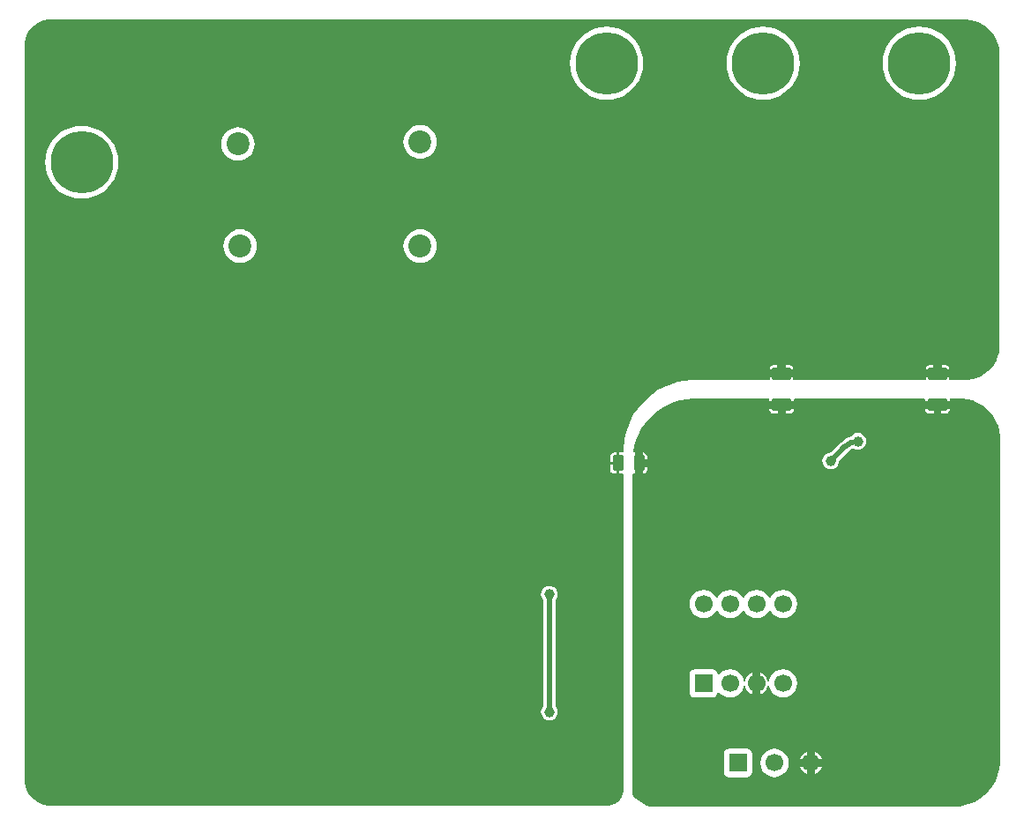
<source format=gbl>
G04*
G04 #@! TF.GenerationSoftware,Altium Limited,Altium Designer,22.7.1 (60)*
G04*
G04 Layer_Physical_Order=2*
G04 Layer_Color=16711680*
%FSLAX43Y43*%
%MOMM*%
G71*
G04*
G04 #@! TF.SameCoordinates,B0B9643B-9B23-428C-A4AC-A12B4A47BFEC*
G04*
G04*
G04 #@! TF.FilePolarity,Positive*
G04*
G01*
G75*
%ADD40C,0.500*%
G04:AMPARAMS|DCode=50|XSize=1.53mm|YSize=1.02mm|CornerRadius=0.127mm|HoleSize=0mm|Usage=FLASHONLY|Rotation=90.000|XOffset=0mm|YOffset=0mm|HoleType=Round|Shape=RoundedRectangle|*
%AMROUNDEDRECTD50*
21,1,1.530,0.765,0,0,90.0*
21,1,1.275,1.020,0,0,90.0*
1,1,0.255,0.383,0.638*
1,1,0.255,0.383,-0.638*
1,1,0.255,-0.383,-0.638*
1,1,0.255,-0.383,0.638*
%
%ADD50ROUNDEDRECTD50*%
%ADD61C,6.000*%
%ADD62C,1.700*%
%ADD63R,1.700X1.700*%
%ADD64R,1.700X1.700*%
%ADD65C,2.200*%
%ADD66C,1.000*%
%ADD67C,0.700*%
G04:AMPARAMS|DCode=68|XSize=1.2mm|YSize=1.83mm|CornerRadius=0.15mm|HoleSize=0mm|Usage=FLASHONLY|Rotation=90.000|XOffset=0mm|YOffset=0mm|HoleType=Round|Shape=RoundedRectangle|*
%AMROUNDEDRECTD68*
21,1,1.200,1.530,0,0,90.0*
21,1,0.900,1.830,0,0,90.0*
1,1,0.300,0.765,0.450*
1,1,0.300,0.765,-0.450*
1,1,0.300,-0.765,-0.450*
1,1,0.300,-0.765,0.450*
%
%ADD68ROUNDEDRECTD68*%
G36*
X117243Y126000D02*
X117465D01*
X117904Y125942D01*
X118333Y125827D01*
X118743Y125658D01*
X119127Y125436D01*
X119478Y125166D01*
X119792Y124852D01*
X120062Y124500D01*
X120284Y124116D01*
X120453Y123707D01*
X120568Y123278D01*
X120626Y122839D01*
X120626Y122617D01*
X120626D01*
X120626Y122617D01*
X120626Y94691D01*
X120626Y94475D01*
X120570Y94048D01*
X120458Y93631D01*
X120293Y93232D01*
X120077Y92859D01*
X119815Y92516D01*
X119510Y92211D01*
X119167Y91949D01*
X118794Y91733D01*
X118395Y91568D01*
X117978Y91456D01*
X117551Y91400D01*
X117335Y91400D01*
Y91400D01*
X115847D01*
X115765Y91500D01*
X115775Y91550D01*
Y91600D01*
X114653D01*
X113531D01*
Y91550D01*
X113541Y91500D01*
X113459Y91400D01*
X100878Y91400D01*
X100796Y91500D01*
X100806Y91550D01*
Y91600D01*
X99684D01*
X98562D01*
Y91550D01*
X98572Y91500D01*
X98490Y91400D01*
X91400D01*
X91061Y91392D01*
X90388Y91325D01*
X89723Y91193D01*
X89075Y90997D01*
X88450Y90738D01*
X87853Y90418D01*
X87290Y90042D01*
X86766Y89613D01*
X86287Y89134D01*
X85858Y88610D01*
X85482Y88047D01*
X85162Y87450D01*
X84903Y86825D01*
X84707Y86177D01*
X84575Y85512D01*
X84508Y84839D01*
X84500Y84504D01*
X84497Y84478D01*
X84419Y84418D01*
X84375Y84426D01*
X84119D01*
Y83400D01*
Y82374D01*
X84375D01*
X84423Y82383D01*
X84500Y82320D01*
X84500Y52100D01*
X84500Y51942D01*
X84439Y51633D01*
X84318Y51342D01*
X84143Y51080D01*
X83920Y50857D01*
X83658Y50682D01*
X83367Y50561D01*
X83058Y50500D01*
X82900Y50500D01*
X82900Y50500D01*
X82900Y50500D01*
X29540Y50500D01*
X29290D01*
X28799Y50598D01*
X28337Y50789D01*
X27921Y51067D01*
X27567Y51421D01*
X27289Y51837D01*
X27098Y52299D01*
X27000Y52790D01*
Y53040D01*
Y123460D01*
Y123710D01*
X27098Y124201D01*
X27289Y124663D01*
X27567Y125079D01*
X27921Y125433D01*
X28337Y125711D01*
X28799Y125902D01*
X29290Y126000D01*
X29540D01*
X117243Y126000D01*
D02*
G37*
G36*
X117546Y89534D02*
X118037Y89402D01*
X118507Y89208D01*
X118947Y88953D01*
X119350Y88644D01*
X119710Y88284D01*
X120019Y87881D01*
X120274Y87441D01*
X120468Y86971D01*
X120600Y86480D01*
X120666Y85976D01*
X120666Y85722D01*
X120666Y85722D01*
X120666Y85722D01*
X120666Y54873D01*
Y54580D01*
X120589Y53999D01*
X120438Y53432D01*
X120213Y52890D01*
X119920Y52383D01*
X119563Y51917D01*
X119149Y51503D01*
X118683Y51146D01*
X118176Y50853D01*
X117634Y50628D01*
X117068Y50477D01*
X116755Y50435D01*
X87100D01*
X87065Y50440D01*
X86756Y50519D01*
X86460Y50636D01*
X86180Y50789D01*
X85922Y50975D01*
X85690Y51193D01*
X85486Y51438D01*
X85400Y51572D01*
X85400Y82343D01*
X85500Y82398D01*
X85625Y82374D01*
X85633D01*
Y83400D01*
Y84426D01*
X85625D01*
X85551Y84412D01*
X85480Y84465D01*
X85461Y84496D01*
X85573Y85060D01*
X85744Y85624D01*
X85970Y86168D01*
X86247Y86688D01*
X86575Y87178D01*
X86949Y87634D01*
X87366Y88051D01*
X87821Y88425D01*
X88312Y88753D01*
X88832Y89030D01*
X89376Y89256D01*
X89940Y89427D01*
X90519Y89542D01*
X91105Y89600D01*
X91400D01*
X91400Y89600D01*
X98458Y89600D01*
X98522Y89523D01*
X98507Y89450D01*
Y89375D01*
X99684D01*
X100861D01*
Y89450D01*
X100846Y89523D01*
X100910Y89600D01*
X113427Y89600D01*
X113491Y89523D01*
X113476Y89450D01*
Y89375D01*
X114653D01*
X115830D01*
Y89450D01*
X115816Y89523D01*
X115879Y89600D01*
X116788D01*
X117042Y89600D01*
X117546Y89534D01*
D02*
G37*
%LPC*%
G36*
X97900Y125311D02*
X97351Y125268D01*
X96815Y125139D01*
X96306Y124928D01*
X95836Y124640D01*
X95418Y124283D01*
X95060Y123864D01*
X94772Y123394D01*
X94561Y122885D01*
X94432Y122349D01*
X94389Y121800D01*
X94432Y121251D01*
X94561Y120715D01*
X94772Y120206D01*
X95060Y119736D01*
X95418Y119317D01*
X95836Y118960D01*
X96306Y118672D01*
X96815Y118461D01*
X97351Y118332D01*
X97900Y118289D01*
X98449Y118332D01*
X98985Y118461D01*
X99494Y118672D01*
X99964Y118960D01*
X100383Y119317D01*
X100740Y119736D01*
X101028Y120206D01*
X101239Y120715D01*
X101368Y121251D01*
X101411Y121800D01*
X101368Y122349D01*
X101239Y122885D01*
X101028Y123394D01*
X100740Y123864D01*
X100383Y124283D01*
X99964Y124640D01*
X99494Y124928D01*
X98985Y125139D01*
X98449Y125268D01*
X97900Y125311D01*
D02*
G37*
G36*
X112900Y125311D02*
X112351Y125268D01*
X111815Y125139D01*
X111306Y124928D01*
X110836Y124640D01*
X110417Y124283D01*
X110060Y123864D01*
X109772Y123394D01*
X109561Y122885D01*
X109432Y122349D01*
X109389Y121800D01*
X109432Y121251D01*
X109561Y120715D01*
X109772Y120206D01*
X110060Y119736D01*
X110417Y119317D01*
X110836Y118960D01*
X111306Y118672D01*
X111815Y118461D01*
X112351Y118332D01*
X112900Y118289D01*
X113449Y118332D01*
X113985Y118461D01*
X114494Y118672D01*
X114964Y118960D01*
X115383Y119317D01*
X115740Y119736D01*
X116028Y120206D01*
X116239Y120715D01*
X116368Y121251D01*
X116411Y121800D01*
X116368Y122349D01*
X116239Y122885D01*
X116028Y123394D01*
X115740Y123864D01*
X115383Y124283D01*
X114964Y124640D01*
X114494Y124928D01*
X113985Y125139D01*
X113449Y125268D01*
X112900Y125311D01*
D02*
G37*
G36*
X82900D02*
X82351Y125268D01*
X81815Y125139D01*
X81306Y124928D01*
X80836Y124640D01*
X80417Y124283D01*
X80060Y123864D01*
X79772Y123394D01*
X79561Y122885D01*
X79432Y122349D01*
X79389Y121800D01*
X79432Y121251D01*
X79561Y120715D01*
X79772Y120206D01*
X80060Y119736D01*
X80417Y119317D01*
X80836Y118960D01*
X81306Y118672D01*
X81815Y118461D01*
X82351Y118332D01*
X82900Y118289D01*
X83449Y118332D01*
X83985Y118461D01*
X84494Y118672D01*
X84964Y118960D01*
X85383Y119317D01*
X85740Y119736D01*
X86028Y120206D01*
X86239Y120715D01*
X86368Y121251D01*
X86411Y121800D01*
X86368Y122349D01*
X86239Y122885D01*
X86028Y123394D01*
X85740Y123864D01*
X85383Y124283D01*
X84964Y124640D01*
X84494Y124928D01*
X83985Y125139D01*
X83449Y125268D01*
X82900Y125311D01*
D02*
G37*
G36*
X65000Y115858D02*
X64686Y115827D01*
X64385Y115735D01*
X64107Y115587D01*
X63863Y115387D01*
X63663Y115143D01*
X63515Y114865D01*
X63423Y114564D01*
X63392Y114250D01*
X63423Y113936D01*
X63515Y113635D01*
X63663Y113357D01*
X63863Y113113D01*
X64107Y112913D01*
X64385Y112765D01*
X64686Y112673D01*
X65000Y112642D01*
X65314Y112673D01*
X65615Y112765D01*
X65893Y112913D01*
X66137Y113113D01*
X66337Y113357D01*
X66485Y113635D01*
X66577Y113936D01*
X66608Y114250D01*
X66577Y114564D01*
X66485Y114865D01*
X66337Y115143D01*
X66137Y115387D01*
X65893Y115587D01*
X65615Y115735D01*
X65314Y115827D01*
X65000Y115858D01*
D02*
G37*
G36*
X47500Y115658D02*
X47186Y115627D01*
X46885Y115535D01*
X46607Y115387D01*
X46363Y115187D01*
X46163Y114943D01*
X46015Y114665D01*
X45923Y114364D01*
X45892Y114050D01*
X45923Y113736D01*
X46015Y113435D01*
X46163Y113157D01*
X46363Y112913D01*
X46607Y112713D01*
X46885Y112565D01*
X47186Y112473D01*
X47500Y112442D01*
X47814Y112473D01*
X48115Y112565D01*
X48393Y112713D01*
X48637Y112913D01*
X48837Y113157D01*
X48985Y113435D01*
X49077Y113736D01*
X49108Y114050D01*
X49077Y114364D01*
X48985Y114665D01*
X48837Y114943D01*
X48637Y115187D01*
X48393Y115387D01*
X48115Y115535D01*
X47814Y115627D01*
X47500Y115658D01*
D02*
G37*
G36*
X32500Y115811D02*
X31951Y115768D01*
X31415Y115639D01*
X30906Y115428D01*
X30436Y115140D01*
X30017Y114783D01*
X29660Y114364D01*
X29372Y113894D01*
X29161Y113385D01*
X29032Y112849D01*
X28989Y112300D01*
X29032Y111751D01*
X29161Y111215D01*
X29372Y110706D01*
X29660Y110236D01*
X30017Y109817D01*
X30436Y109460D01*
X30906Y109172D01*
X31415Y108961D01*
X31951Y108832D01*
X32500Y108789D01*
X33049Y108832D01*
X33585Y108961D01*
X34094Y109172D01*
X34564Y109460D01*
X34983Y109817D01*
X35340Y110236D01*
X35628Y110706D01*
X35839Y111215D01*
X35968Y111751D01*
X36011Y112300D01*
X35968Y112849D01*
X35839Y113385D01*
X35628Y113894D01*
X35340Y114364D01*
X34983Y114783D01*
X34564Y115140D01*
X34094Y115428D01*
X33585Y115639D01*
X33049Y115768D01*
X32500Y115811D01*
D02*
G37*
G36*
X65000Y105858D02*
X64686Y105827D01*
X64385Y105735D01*
X64107Y105587D01*
X63863Y105387D01*
X63663Y105143D01*
X63515Y104865D01*
X63423Y104564D01*
X63392Y104250D01*
X63423Y103936D01*
X63515Y103635D01*
X63663Y103357D01*
X63863Y103113D01*
X64107Y102913D01*
X64385Y102765D01*
X64686Y102673D01*
X65000Y102642D01*
X65314Y102673D01*
X65615Y102765D01*
X65893Y102913D01*
X66137Y103113D01*
X66337Y103357D01*
X66485Y103635D01*
X66577Y103936D01*
X66608Y104250D01*
X66577Y104564D01*
X66485Y104865D01*
X66337Y105143D01*
X66137Y105387D01*
X65893Y105587D01*
X65615Y105735D01*
X65314Y105827D01*
X65000Y105858D01*
D02*
G37*
G36*
X47700D02*
X47386Y105827D01*
X47085Y105735D01*
X46807Y105587D01*
X46563Y105387D01*
X46363Y105143D01*
X46215Y104865D01*
X46123Y104564D01*
X46092Y104250D01*
X46123Y103936D01*
X46215Y103635D01*
X46363Y103357D01*
X46563Y103113D01*
X46807Y102913D01*
X47085Y102765D01*
X47386Y102673D01*
X47700Y102642D01*
X48014Y102673D01*
X48315Y102765D01*
X48593Y102913D01*
X48837Y103113D01*
X49037Y103357D01*
X49185Y103635D01*
X49277Y103936D01*
X49308Y104250D01*
X49277Y104564D01*
X49185Y104865D01*
X49037Y105143D01*
X48837Y105387D01*
X48593Y105587D01*
X48315Y105735D01*
X48014Y105827D01*
X47700Y105858D01*
D02*
G37*
G36*
X115418Y92807D02*
X115053D01*
Y92400D01*
X115775D01*
Y92450D01*
X115748Y92587D01*
X115670Y92702D01*
X115555Y92780D01*
X115418Y92807D01*
D02*
G37*
G36*
X114253D02*
X113888D01*
X113752Y92780D01*
X113636Y92702D01*
X113558Y92587D01*
X113531Y92450D01*
Y92400D01*
X114253D01*
Y92807D01*
D02*
G37*
G36*
X100449D02*
X100084D01*
Y92400D01*
X100806D01*
Y92450D01*
X100779Y92587D01*
X100701Y92702D01*
X100586Y92780D01*
X100449Y92807D01*
D02*
G37*
G36*
X99284D02*
X98919D01*
X98782Y92780D01*
X98667Y92702D01*
X98589Y92587D01*
X98562Y92450D01*
Y92400D01*
X99284D01*
Y92807D01*
D02*
G37*
G36*
X83865Y84426D02*
X83610D01*
X83461Y84397D01*
X83335Y84313D01*
X83251Y84186D01*
X83221Y84037D01*
Y83527D01*
X83865D01*
Y84426D01*
D02*
G37*
G36*
Y83273D02*
X83221D01*
Y82762D01*
X83251Y82614D01*
X83335Y82487D01*
X83461Y82403D01*
X83610Y82374D01*
X83865D01*
Y83273D01*
D02*
G37*
G36*
X77400Y71607D02*
X77191Y71579D01*
X76997Y71499D01*
X76829Y71371D01*
X76701Y71203D01*
X76621Y71009D01*
X76593Y70800D01*
X76621Y70591D01*
X76701Y70397D01*
X76829Y70229D01*
X76839Y70222D01*
Y60078D01*
X76829Y60071D01*
X76701Y59903D01*
X76621Y59709D01*
X76593Y59500D01*
X76621Y59291D01*
X76701Y59097D01*
X76829Y58929D01*
X76997Y58801D01*
X77191Y58721D01*
X77400Y58693D01*
X77609Y58721D01*
X77803Y58801D01*
X77971Y58929D01*
X78099Y59097D01*
X78179Y59291D01*
X78207Y59500D01*
X78179Y59709D01*
X78099Y59903D01*
X77971Y60071D01*
X77961Y60078D01*
Y70222D01*
X77971Y70229D01*
X78099Y70397D01*
X78179Y70591D01*
X78207Y70800D01*
X78179Y71009D01*
X78099Y71203D01*
X77971Y71371D01*
X77803Y71499D01*
X77609Y71579D01*
X77400Y71607D01*
D02*
G37*
G36*
X115830Y88625D02*
X115028D01*
Y88138D01*
X115418D01*
X115576Y88169D01*
X115709Y88259D01*
X115799Y88392D01*
X115830Y88550D01*
Y88625D01*
D02*
G37*
G36*
X114278D02*
X113476D01*
Y88550D01*
X113508Y88392D01*
X113597Y88259D01*
X113730Y88169D01*
X113888Y88138D01*
X114278D01*
Y88625D01*
D02*
G37*
G36*
X100861Y88625D02*
X100059D01*
Y88138D01*
X100449D01*
X100607Y88169D01*
X100740Y88259D01*
X100830Y88392D01*
X100861Y88550D01*
Y88625D01*
D02*
G37*
G36*
X99309D02*
X98507D01*
Y88550D01*
X98538Y88392D01*
X98628Y88259D01*
X98761Y88169D01*
X98919Y88138D01*
X99309D01*
Y88625D01*
D02*
G37*
G36*
X107000Y86307D02*
X106791Y86279D01*
X106597Y86199D01*
X106429Y86071D01*
X106337Y85950D01*
X106139Y85890D01*
X105750Y85682D01*
X105408Y85402D01*
X105408Y85402D01*
X105408Y85402D01*
X104412Y84405D01*
X104400Y84407D01*
X104191Y84379D01*
X103997Y84299D01*
X103829Y84171D01*
X103701Y84003D01*
X103621Y83809D01*
X103593Y83600D01*
X103621Y83391D01*
X103701Y83197D01*
X103829Y83029D01*
X103997Y82901D01*
X104191Y82821D01*
X104400Y82793D01*
X104609Y82821D01*
X104803Y82901D01*
X104971Y83029D01*
X105099Y83197D01*
X105179Y83391D01*
X105207Y83600D01*
X105205Y83612D01*
X106202Y84608D01*
X106215Y84629D01*
X106432Y84795D01*
X106544Y84841D01*
X106597Y84801D01*
X106791Y84721D01*
X107000Y84693D01*
X107209Y84721D01*
X107403Y84801D01*
X107571Y84929D01*
X107699Y85097D01*
X107779Y85291D01*
X107807Y85500D01*
X107779Y85709D01*
X107699Y85903D01*
X107571Y86071D01*
X107403Y86199D01*
X107209Y86279D01*
X107000Y86307D01*
D02*
G37*
G36*
X86390Y84426D02*
X86383D01*
Y83775D01*
X86779D01*
Y84037D01*
X86749Y84186D01*
X86665Y84313D01*
X86539Y84397D01*
X86390Y84426D01*
D02*
G37*
G36*
X86779Y83025D02*
X86383D01*
Y82374D01*
X86390D01*
X86539Y82403D01*
X86665Y82487D01*
X86749Y82614D01*
X86779Y82762D01*
Y83025D01*
D02*
G37*
G36*
X99820Y71232D02*
X99468Y71185D01*
X99139Y71049D01*
X98857Y70833D01*
X98641Y70551D01*
X98600Y70452D01*
X98500D01*
X98459Y70551D01*
X98243Y70833D01*
X97961Y71049D01*
X97632Y71185D01*
X97280Y71232D01*
X96928Y71185D01*
X96599Y71049D01*
X96317Y70833D01*
X96101Y70551D01*
X96060Y70452D01*
X95960D01*
X95919Y70551D01*
X95703Y70833D01*
X95421Y71049D01*
X95092Y71185D01*
X94740Y71232D01*
X94388Y71185D01*
X94059Y71049D01*
X93777Y70833D01*
X93561Y70551D01*
X93520Y70452D01*
X93420D01*
X93379Y70551D01*
X93163Y70833D01*
X92881Y71049D01*
X92552Y71185D01*
X92200Y71232D01*
X91848Y71185D01*
X91519Y71049D01*
X91237Y70833D01*
X91021Y70551D01*
X90885Y70222D01*
X90838Y69870D01*
X90885Y69518D01*
X91021Y69189D01*
X91237Y68907D01*
X91519Y68691D01*
X91848Y68555D01*
X92200Y68508D01*
X92552Y68555D01*
X92881Y68691D01*
X93163Y68907D01*
X93379Y69189D01*
X93420Y69288D01*
X93520D01*
X93561Y69189D01*
X93777Y68907D01*
X94059Y68691D01*
X94388Y68555D01*
X94740Y68508D01*
X95092Y68555D01*
X95421Y68691D01*
X95703Y68907D01*
X95919Y69189D01*
X95960Y69288D01*
X96060D01*
X96101Y69189D01*
X96317Y68907D01*
X96599Y68691D01*
X96928Y68555D01*
X97280Y68508D01*
X97632Y68555D01*
X97961Y68691D01*
X98243Y68907D01*
X98459Y69189D01*
X98500Y69288D01*
X98600D01*
X98641Y69189D01*
X98857Y68907D01*
X99139Y68691D01*
X99468Y68555D01*
X99820Y68508D01*
X100172Y68555D01*
X100501Y68691D01*
X100783Y68907D01*
X100999Y69189D01*
X101135Y69518D01*
X101182Y69870D01*
X101135Y70222D01*
X100999Y70551D01*
X100783Y70833D01*
X100501Y71049D01*
X100172Y71185D01*
X99820Y71232D01*
D02*
G37*
G36*
X94740Y63612D02*
X94388Y63565D01*
X94059Y63429D01*
X93777Y63213D01*
X93660Y63060D01*
X93560Y63094D01*
Y63100D01*
X93521Y63295D01*
X93410Y63460D01*
X93245Y63571D01*
X93050Y63610D01*
X91350D01*
X91155Y63571D01*
X90990Y63460D01*
X90879Y63295D01*
X90840Y63100D01*
Y61400D01*
X90879Y61205D01*
X90990Y61040D01*
X91155Y60929D01*
X91350Y60890D01*
X93050D01*
X93245Y60929D01*
X93410Y61040D01*
X93521Y61205D01*
X93560Y61400D01*
Y61406D01*
X93660Y61440D01*
X93777Y61287D01*
X94059Y61071D01*
X94388Y60935D01*
X94740Y60888D01*
X95092Y60935D01*
X95421Y61071D01*
X95703Y61287D01*
X95919Y61569D01*
X96055Y61898D01*
X96084Y62113D01*
X96184D01*
X96204Y61962D01*
X96316Y61693D01*
X96493Y61463D01*
X96723Y61286D01*
X96905Y61210D01*
Y62250D01*
Y63290D01*
X96723Y63214D01*
X96493Y63037D01*
X96316Y62807D01*
X96204Y62538D01*
X96184Y62387D01*
X96084D01*
X96055Y62602D01*
X95919Y62931D01*
X95703Y63213D01*
X95421Y63429D01*
X95092Y63565D01*
X94740Y63612D01*
D02*
G37*
G36*
X99820D02*
X99468Y63565D01*
X99139Y63429D01*
X98857Y63213D01*
X98641Y62931D01*
X98505Y62602D01*
X98476Y62387D01*
X98376D01*
X98356Y62538D01*
X98244Y62807D01*
X98067Y63037D01*
X97837Y63214D01*
X97655Y63290D01*
Y62250D01*
Y61210D01*
X97837Y61286D01*
X98067Y61463D01*
X98244Y61693D01*
X98356Y61962D01*
X98376Y62113D01*
X98476D01*
X98505Y61898D01*
X98641Y61569D01*
X98857Y61287D01*
X99139Y61071D01*
X99468Y60935D01*
X99820Y60888D01*
X100172Y60935D01*
X100501Y61071D01*
X100783Y61287D01*
X100999Y61569D01*
X101135Y61898D01*
X101182Y62250D01*
X101135Y62602D01*
X100999Y62931D01*
X100783Y63213D01*
X100501Y63429D01*
X100172Y63565D01*
X99820Y63612D01*
D02*
G37*
G36*
X102875Y55640D02*
Y54975D01*
X103540D01*
X103464Y55157D01*
X103287Y55387D01*
X103057Y55564D01*
X102875Y55640D01*
D02*
G37*
G36*
X102125D02*
X101943Y55564D01*
X101713Y55387D01*
X101536Y55157D01*
X101460Y54975D01*
X102125D01*
Y55640D01*
D02*
G37*
G36*
X103540Y54225D02*
X102875D01*
Y53560D01*
X103057Y53636D01*
X103287Y53813D01*
X103464Y54043D01*
X103540Y54225D01*
D02*
G37*
G36*
X102125D02*
X101460D01*
X101536Y54043D01*
X101713Y53813D01*
X101943Y53636D01*
X102125Y53560D01*
Y54225D01*
D02*
G37*
G36*
X96350Y55960D02*
X94650D01*
X94455Y55921D01*
X94290Y55810D01*
X94179Y55645D01*
X94140Y55450D01*
Y53750D01*
X94179Y53555D01*
X94290Y53390D01*
X94455Y53279D01*
X94650Y53240D01*
X96350D01*
X96545Y53279D01*
X96710Y53390D01*
X96821Y53555D01*
X96860Y53750D01*
Y55450D01*
X96821Y55645D01*
X96710Y55810D01*
X96545Y55921D01*
X96350Y55960D01*
D02*
G37*
G36*
X99000Y55962D02*
X98648Y55915D01*
X98319Y55779D01*
X98037Y55563D01*
X97821Y55281D01*
X97685Y54952D01*
X97638Y54600D01*
X97685Y54248D01*
X97821Y53919D01*
X98037Y53637D01*
X98319Y53421D01*
X98648Y53285D01*
X99000Y53238D01*
X99352Y53285D01*
X99681Y53421D01*
X99963Y53637D01*
X100179Y53919D01*
X100315Y54248D01*
X100362Y54600D01*
X100315Y54952D01*
X100179Y55281D01*
X99963Y55563D01*
X99681Y55779D01*
X99352Y55915D01*
X99000Y55962D01*
D02*
G37*
%LPD*%
D40*
X107000Y85500D02*
G03*
X105805Y85005I0J-1690D01*
G01*
X77400Y59500D02*
Y70800D01*
X104400Y83600D02*
X105805Y85005D01*
D50*
X86008Y83400D02*
D03*
X83992D02*
D03*
D61*
X32500Y112300D02*
D03*
Y96750D02*
D03*
X97900Y121800D02*
D03*
X82900Y121800D02*
D03*
X112900D02*
D03*
D62*
X102500Y54600D02*
D03*
X99000D02*
D03*
X94740Y62250D02*
D03*
X97280D02*
D03*
X99820D02*
D03*
X92200Y69870D02*
D03*
X94740D02*
D03*
X97280D02*
D03*
X99820D02*
D03*
D63*
X95500Y54600D02*
D03*
D64*
X92200Y62250D02*
D03*
D65*
X65000Y104250D02*
D03*
Y96750D02*
D03*
X47500Y114050D02*
D03*
Y121550D02*
D03*
X47700Y104250D02*
D03*
Y96750D02*
D03*
X65000Y114250D02*
D03*
Y121750D02*
D03*
D66*
X77400Y59500D02*
D03*
X71600Y61200D02*
D03*
X37400Y61000D02*
D03*
X73900Y69100D02*
D03*
X77400Y70800D02*
D03*
X108500Y76100D02*
D03*
X104400Y83600D02*
D03*
X68800Y76500D02*
D03*
X81800Y62800D02*
D03*
X91200Y59700D02*
D03*
X102650Y59950D02*
D03*
X90000Y74500D02*
D03*
X107000Y85500D02*
D03*
X113000Y85300D02*
D03*
X38000Y79500D02*
D03*
X42000D02*
D03*
X46000D02*
D03*
X49500D02*
D03*
X54000Y79300D02*
D03*
X59000Y79000D02*
D03*
X70700Y65500D02*
D03*
X93500Y103200D02*
D03*
X108200D02*
D03*
X92000Y85500D02*
D03*
X64000Y76500D02*
D03*
X94000Y76100D02*
D03*
X101000Y78000D02*
D03*
X29600Y85000D02*
D03*
Y82400D02*
D03*
X31000Y75500D02*
D03*
X35400Y62100D02*
D03*
X87000Y63000D02*
D03*
X89000D02*
D03*
X43000Y65600D02*
D03*
D67*
X35100Y72800D02*
D03*
X36200D02*
D03*
X34000D02*
D03*
X99750Y105250D02*
D03*
X98000Y107000D02*
D03*
X101250D02*
D03*
X36200Y71400D02*
D03*
X35100D02*
D03*
X34000D02*
D03*
X98200Y106200D02*
D03*
X98800Y105400D02*
D03*
X100600D02*
D03*
X101200Y106200D02*
D03*
X116169Y106200D02*
D03*
X115569Y105400D02*
D03*
X113769D02*
D03*
X113169Y106200D02*
D03*
X116219Y107000D02*
D03*
X112969D02*
D03*
X114719Y105250D02*
D03*
X98184Y93148D02*
D03*
X98784Y93948D02*
D03*
X100584Y93948D02*
D03*
X101184Y93148D02*
D03*
X98134Y92348D02*
D03*
X101384Y92348D02*
D03*
X99634Y94098D02*
D03*
X113084Y93048D02*
D03*
X113684Y93848D02*
D03*
X115484Y93848D02*
D03*
X116084Y93048D02*
D03*
X113034Y92248D02*
D03*
X116284Y92248D02*
D03*
X114534Y93998D02*
D03*
D68*
X99684Y92000D02*
D03*
Y89000D02*
D03*
X114653Y92000D02*
D03*
Y89000D02*
D03*
M02*

</source>
